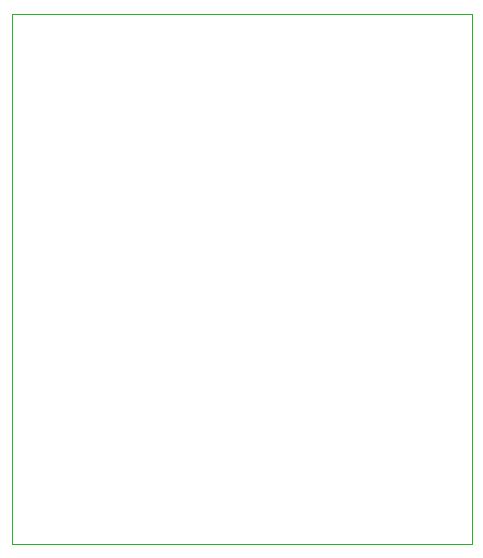
<source format=gbr>
%TF.GenerationSoftware,KiCad,Pcbnew,8.0.1*%
%TF.CreationDate,2024-04-15T20:02:01-07:00*%
%TF.ProjectId,Ideal OR Diode,49646561-6c20-44f5-9220-44696f64652e,1.0*%
%TF.SameCoordinates,Original*%
%TF.FileFunction,Profile,NP*%
%FSLAX46Y46*%
G04 Gerber Fmt 4.6, Leading zero omitted, Abs format (unit mm)*
G04 Created by KiCad (PCBNEW 8.0.1) date 2024-04-15 20:02:01*
%MOMM*%
%LPD*%
G01*
G04 APERTURE LIST*
%TA.AperFunction,Profile*%
%ADD10C,0.100000*%
%TD*%
G04 APERTURE END LIST*
D10*
X114000000Y-60800000D02*
X152900000Y-60800000D01*
X152900000Y-105700000D01*
X114000000Y-105700000D01*
X114000000Y-60800000D01*
M02*

</source>
